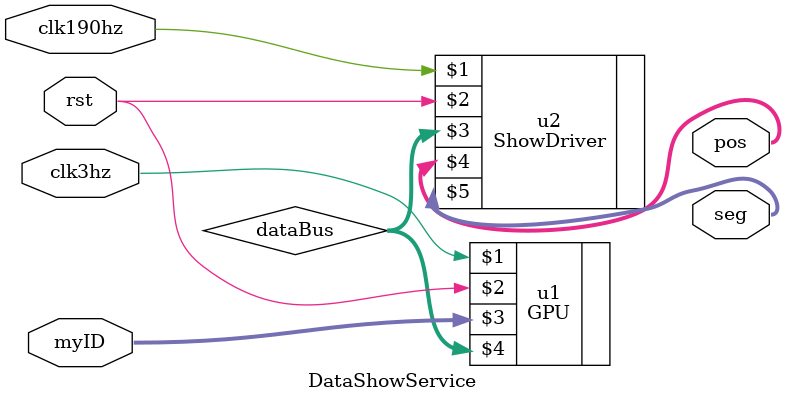
<source format=v>
`timescale 1ns / 1ps

module DataShowService(
                input clk190hz,
                input clk3hz,
                input rst,
                input [31:0] myID,
                output [3:0] pos,
                output [7:0] seg
                );
    
    wire [15:0] dataBus;
    GPU        u1(clk3hz, rst, myID, dataBus);
    ShowDriver u2(clk190hz, rst, dataBus, pos, seg);
endmodule

</source>
